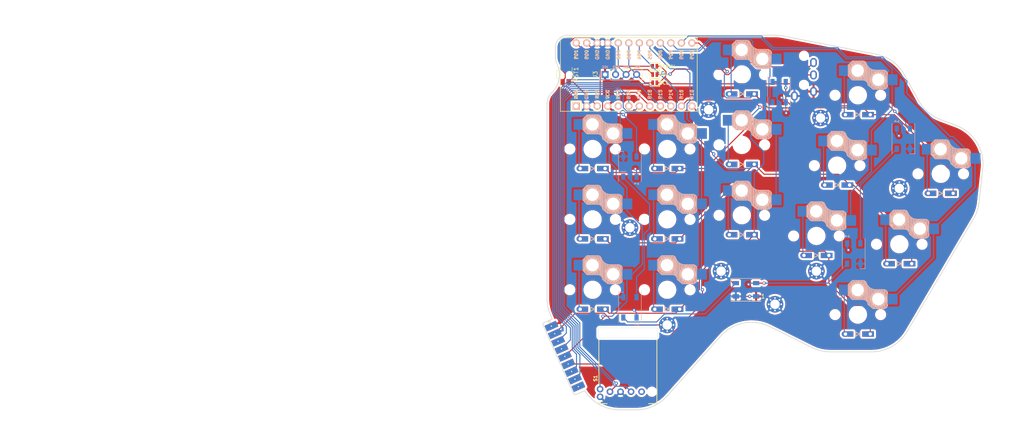
<source format=kicad_pcb>
(kicad_pcb (version 20211014) (generator pcbnew)
  (title_block (title "mainpcb") (rev "v1.0.0") (company "Unknown"))
  (layers (0 "F.Cu" signal) (31 "B.Cu" signal) (34 "B.Paste" user) (35 "F.Paste" user) (36 "B.SilkS" user "B.Silkscreen") (37 "F.SilkS" user "F.Silkscreen") (38 "B.Mask" user) (39 "F.Mask" user) (44 "Edge.Cuts" user))
  (net 0 "")
  (net 1 "far_bottom")
  (net 2 "C1")
  (net 3 "R3")
  (net 4 "far_home")
  (net 5 "R2")
  (net 6 "far_top")
  (net 7 "R1")
  (net 8 "index_bottom")
  (net 9 "C2")
  (net 10 "index_home")
  (net 11 "index_top")
  (net 12 "middle_bottom")
  (net 13 "C3")
  (net 14 "middle_home")
  (net 15 "middle_top")
  (net 16 "ring_bottom")
  (net 17 "C4")
  (net 18 "ring_home")
  (net 19 "ring_top")
  (net 20 "pinkie_bottom")
  (net 21 "C5")
  (net 22 "pinkie_home")
  (net 23 "pinkie_top")
  (net 24 "R4")
  (net 25 "R5")
  (net 26 "GND")
  (net 27 "RST")
  (net 28 "VCC")
  (net 29 "SERIAL")
  (net 30 "RGB")
  (net 31 "SDA")
  (net 32 "SCL")
  (net 33 "scroll_r1")
  (net 34 "scroll_r2")
  (net 35 "scroll_switch")
  (net 36 "TRRS3")
  (net 37 "TRRS4")
  (net 38 "rgb_ug1_out")
  (net 39 "rgb_ug2_out")
  (net 40 "rgb_ug3_out")
  (net 41 "rgb_palm_out")
  (net 42 "rgb_ug4_out")
  (net 43 "rgb_ug5_out")
  (net 44 "rgb_ug6_out")
  (footprint "Library:TRRS-PJ-320A" (layer "F.Cu") (at 69 -53)
    (fp_text reference "J1")
    (fp_text value "TRRS")
  )
  (footprint "Library:D3_TH_SMD_v2" (layer "F.Cu") (at 36 -29.3 180)
    (fp_text reference "D6" hide)
    (fp_text value "Diode" hide)
  )
  (footprint "kbd:M2_HOLE_v3" (layer "F.Cu") (at 27 -15)
    (fp_text reference "H1")
    (fp_text value "M2")
  )
  (footprint "Library:PG1350" (layer "F.Cu") (at 18 -34)
    (fp_text reference "SW3" hide)
    (fp_text value "Val**" hide)
  )
  (footprint "Library:PG1350" (layer "F.Cu") (at 72 -13)
    (fp_text reference "SW10" hide)
    (fp_text value "Val**" hide)
  )
  (footprint "Library:PG1350" (layer "F.Cu") (at 82 6)
    (fp_text reference "SW13" hide)
    (fp_text value "Val**" hide)
  )
  (footprint "Library:kb_90deg_connector_male_9pin" (layer "F.Cu") (at 11.302239 16.095021 -156.037511)
    (fp_text reference "J14")
    (fp_text value "Male 9pin")
  )
  (footprint "Library:PG1350" (layer "F.Cu") (at 54 -35)
    (fp_text reference "SW8" hide)
    (fp_text value "Val**" hide)
  )
  (footprint "Library:D3_TH_SMD_v2" (layer "F.Cu") (at 18 -12.3 180)
    (fp_text reference "D2" hide)
    (fp_text value "Diode" hide)
  )
  (footprint "Library:D3_TH_SMD_v2" (layer "F.Cu") (at 72 -8.3 180)
    (fp_text reference "D10" hide)
    (fp_text value "Diode" hide)
  )
  (footprint "Library:D3_TH_SMD_v2" (layer "F.Cu") (at 77 -25.3 180)
    (fp_text reference "D11" hide)
    (fp_text value "Diode" hide)
  )
  (footprint "Library:D3_TH_SMD_v2" (layer "F.Cu") (at 54 -47.3 180)
    (fp_text reference "D9" hide)
    (fp_text value "Diode" hide)
  )
  (footprint "kbd:Jumper" (layer "F.Cu") (at 33 -50)
    (fp_text reference "J7" hide)
    (fp_text value "SCL")
  )
  (footprint "Library:D3_TH_SMD_v2" (layer "F.Cu") (at 36 -12.3 180)
    (fp_text reference "D5" hide)
    (fp_text value "Diode" hide)
  )
  (footprint "Library:PG1350" (layer "F.Cu") (at 82 -47)
    (fp_text reference "SW12" hide)
    (fp_text value "Val**" hide)
  )
  (footprint "kbd:M2_HOLE_v3" (layer "F.Cu") (at 49 -4.5)
    (fp_text reference "H13")
    (fp_text value "M2")
  )
  (footprint "Library:SW_SPST_EVQP7C" (layer "F.Cu") (at 11.5 -52 -90)
    (fp_text reference "RST1")
    (fp_text value "RST")
  )
  (footprint "Library:D3_TH_SMD_v2" (layer "F.Cu") (at 18 -29.3 180)
    (fp_text reference "D3" hide)
    (fp_text value "Diode" hide)
  )
  (footprint "Library:D3_TH_SMD_v2" (layer "F.Cu") (at 36 4.7 180)
    (fp_text reference "D4" hide)
    (fp_text value "Diode" hide)
  )
  (footprint "kbd:Jumper" (layer "F.Cu") (at 33 -54)
    (fp_text reference "J5" hide)
    (fp_text value "SERIAL")
  )
  (footprint "kbd:M2_HOLE_v3" (layer "F.Cu") (at 92 -24.5)
    (fp_text reference "H7")
    (fp_text value "M2")
  )
  (footprint "Library:PG1350" (layer "F.Cu") (at 18 -17)
    (fp_text reference "SW2" hide)
    (fp_text value "Val**" hide)
  )
  (footprint "Library:D3_TH_SMD_v2" (layer "F.Cu") (at 82 10.7 180)
    (fp_text reference "D13" hide)
    (fp_text value "Diode" hide)
  )
  (footprint "Library:D3_TH_SMD_v2" (layer "F.Cu") (at 54 -13.3 180)
    (fp_text reference "D7" hide)
    (fp_text value "Diode" hide)
  )
  (footprint "Library:D3_TH_SMD_v2" (layer "F.Cu") (at 54 -30.3 180)
    (fp_text reference "D8" hide)
    (fp_text value "Diode" hide)
  )
  (footprint "kbd:M2_HOLE_v3" (layer "F.Cu") (at 46 -43.5)
    (fp_text reference "H3")
    (fp_text value "M2")
  )
  (footprint "Library:D3_TH_SMD_v2" (layer "F.Cu") (at 82 -42.3 180)
    (fp_text reference "D12" hide)
    (fp_text value "Diode" hide)
  )
  (footprint "Library:D3_TH_SMD_v2" (layer "F.Cu") (at 102 -23.3 180)
    (fp_text reference "D15" hide)
    (fp_text value "Diode" hide)
  )
  (footprint "Connector_PinHeader_2.54mm:PinHeader_1x04_P2.54mm_Vertical" (layer "F.Cu") (at 21 -52 90)
    (fp_text reference "J3")
    (fp_text value "I2C Breakout")
  )
  (footprint "Library:PG1350" (layer "F.Cu") (at 92 -11)
    (fp_text reference "SW14" hide)
    (fp_text value "Val**" hide)
  )
  (footprint "Library:EVQWGD001" (layer "F.Cu") (at 26 19 90)
    (fp_text reference "S1")
    (fp_text value "Scroll Wheel")
    (fp_line (start 9.5 -6.6) (end 7.7 -6.6) (layer "Edge.Cuts") (width 0.05))
    (fp_line (start 9.8 7.3) (end 9.8 -6.3) (layer "Edge.Cuts") (width 0.05))
    (fp_line (start 7.7 7.6) (end 9.5 7.6) (layer "Edge.Cuts") (width 0.05))
    (fp_line (start 7.4 -6.3) (end 7.4 7.3) (layer "Edge.Cuts") (width 0.05))
    (fp_arc (start 9.8 7.3) (mid 9.712132 7.512132) (end 9.5 7.6) (layer "Edge.Cuts") (width 0.05))
    (fp_arc (start 9.5 -6.6) (mid 9.712132 -6.512132) (end 9.8 -6.3) (layer "Edge.Cuts") (width 0.05))
    (fp_arc (start 7.4 -6.3) (mid 7.487868 -6.512132) (end 7.7 -6.6) (layer "Edge.Cuts") (width 0.05))
    (fp_arc (start 7.7 7.6) (mid 7.487868 7.512132) (end 7.4 7.3) (layer "Edge.Cuts") (width 0.05))
  )
  (footprint "Library:D3_TH_SMD_v2" (layer "F.Cu") (at 18 4.7 180)
    (fp_text reference "D1" hide)
    (fp_text value "Diode" hide)
  )
  (footprint "kbd:M2_HOLE_v3" (layer "F.Cu") (at 36 8.5)
    (fp_text reference "H11")
    (fp_text value "M2")
  )
  (footprint "Library:PG1350" (layer "F.Cu") (at 36 -17)
    (fp_text reference "SW5" hide)
    (fp_text value "Val**" hide)
  )
  (footprint "Library:PG1350" (layer "F.Cu") (at 54 -52)
    (fp_text reference "SW9" hide)
    (fp_text value "Val**" hide)
  )
  (footprint "kbd:Jumper" (layer "F.Cu") (at 33 -52)
    (fp_text reference "J6" hide)
    (fp_text value " SDA")
  )
  (footprint "Library:ProMicro" (layer "F.Cu") (at 28 -52)
    (fp_text reference "U1" hide)
    (fp_text value "Pro Micro Footprint" hide)
  )
  (footprint "Library:PG1350" (layer "F.Cu") (at 102 -28)
    (fp_text reference "SW15" hide)
    (fp_text value "Val**" hide)
  )
  (footprint "Library:PG1350" (layer "F.Cu") (at 36 -34)
    (fp_text reference "SW6" hide)
    (fp_text value "Val**" hide)
  )
  (footprint "Library:PG1350" (layer "F.Cu") (at 54 -18)
    (fp_text reference "SW7" hide)
    (fp_text value "Val**" hide)
  )
  (footprint "Library:D3_TH_SMD_v2" (layer "F.Cu") (at 92 -6.3 180)
    (fp_text reference "D14" hide)
    (fp_text value "Diode" hide)
  )
  (footprint "LED_SMD:LED_WS2812B_PLCC4_5.0x5.0mm_P3.2mm" (layer "F.Cu") (at 55 0 180)
    (fp_text reference "DS4")
    (fp_text value "WS2812b")
  )
  (footprint "kbd:M2_HOLE_v3" (layer "F.Cu") (at 73 -41.5)
    (fp_text reference "H5")
    (fp_text value "M2")
  )
  (footprint "Library:PG1350" (layer "F.Cu") (at 36 0)
    (fp_text reference "SW4" hide)
    (fp_text value "Val**" hide)
  )
  (footprint "kbd:M2_HOLE_v3" (layer "F.Cu") (at 62 3.5)
    (fp_text reference "H15")
    (fp_text value "M2")
  )
  (footprint "Library:PG1350" (layer "F.Cu") (at 18 0)
    (fp_text reference "SW1" hide)
    (fp_text value "Val**" hide)
  )
  (footprint "Library:PG1350" (layer "F.Cu") (at 77 -30)
    (fp_text reference "SW11" hide)
    (fp_text value "Val**" hide)
  )
  (footprint "kbd:M2_HOLE_v3" (layer "F.Cu") (at 72 -4.5)
    (fp_text reference "H9")
    (fp_text value "M2")
  )
  (footprint "LED_SMD:LED_WS2812B_PLCC4_5.0x5.0mm_P3.2mm" (layer "B.Cu") (at 93 -36.5 -90)
    (fp_text reference "DS6")
    (fp_text value "WS2812b")
  )
  (footprint "LED_SMD:LED_WS2812B_PLCC4_5.0x5.0mm_P3.2mm" (layer "B.Cu") (at 27 4.25 90)
    (fp_text reference "DS2")
    (fp_text value "WS2812b")
  )
  (footprint "LED_SMD:LED_WS2812B_PLCC4_5.0x5.0mm_P3.2mm" (layer "B.Cu") (at 55 0 180)
    (fp_text reference "DS3")
    (fp_text value "WS2812b")
  )
  (footprint "LED_SMD:LED_WS2812B_PLCC4_5.0x5.0mm_P3.2mm" (layer "B.Cu") (at 81 -8.75 -90)
    (fp_text reference "DS5")
    (fp_text value "WS2812b")
  )
  (footprint "LED_SMD:LED_WS2812B_PLCC4_5.0x5.0mm_P3.2mm" (layer "B.Cu") (at 63 -47.75 90)
    (fp_text reference "DS7")
    (fp_text value "WS2812b")
  )
  (footprint "LED_SMD:LED_WS2812B_PLCC4_5.0x5.0mm_P3.2mm" (layer "B.Cu") (at 27 -29.75 90)
    (fp_text reference "DS1")
    (fp_text value "WS2812b")
  )
  (gr_line (start 12 -61.5) (end 62.027153 -61.5) (layer "Edge.Cuts") (width 0.15))
  (gr_line (start 105.689685 -39.722462) (end 101.975689 -41.105605) (layer "Edge.Cuts") (width 0.15))
  (gr_arc (start 9.4 -54.615339) (mid 9.101282 -55.464472) (end 9 -56.358899) (layer "Edge.Cuts") (width 0.15))
  (gr_arc (start 7 -44.858572) (mid 7.312182 -46.407765) (end 8.2 -47.715143) (layer "Edge.Cuts") (width 0.15))
  (gr_arc (start 93.899881 10.070201) (mid 90.245314 13.680495) (end 85.280539 15) (layer "Edge.Cuts") (width 0.15))
  (gr_arc (start 14.018291 25.283904) (mid 13.635732 25.293672) (end 13.358315 25.030068) (layer "Edge.Cuts") (width 0.15))
  (gr_line (start 9 -56.358899) (end 9 -58.5) (layer "Edge.Cuts") (width 0.15))
  (gr_arc (start 35.981723 25.66331) (mid 32.6097 28.12779) (end 28.525162 29) (layer "Edge.Cuts") (width 0.15))
  (gr_arc (start 105.689685 -39.722462) (mid 110.715432 -35.593596) (end 112.138546 -29.246911) (layer "Edge.Cuts") (width 0.15))
  (gr_line (start 93.899882 10.070201) (end 109.916497 -17.158046) (layer "Edge.Cuts") (width 0.15))
  (gr_arc (start 101.975689 -41.105605) (mid 98.934725 -42.904073) (end 96.70895 -45.64777) (layer "Edge.Cuts") (width 0.15))
  (gr_arc (start 48.907309 11.198964) (mid 54.485734 8.040228) (end 60.836005 8.918003) (layer "Edge.Cuts") (width 0.15))
  (gr_line (start 6.047823 8.58146) (end 13.358315 25.030068) (layer "Edge.Cuts") (width 0.15))
  (gr_arc (start 9 -58.5) (mid 9.87868 -60.62132) (end 12 -61.5) (layer "Edge.Cuts") (width 0.15))
  (gr_arc (start 62.027153 -61.5) (mid 62.995429 -61.453012) (end 63.954606 -61.312488) (layer "Edge.Cuts") (width 0.15))
  (gr_line (start 14.01829 25.283904) (end 16.065482 24.374041) (layer "Edge.Cuts") (width 0.15))
  (gr_arc (start 9.4 -54.615339) (mid 9.911275 -50.971981) (end 8.2 -47.715143) (layer "Edge.Cuts") (width 0.15))
  (gr_line (start 60.836005 8.918003) (end 70.888544 13.944272) (layer "Edge.Cuts") (width 0.15))
  (gr_line (start 96.70895 -45.64777) (end 93.252424 -51.915605) (layer "Edge.Cuts") (width 0.15))
  (gr_line (start 111.235992 -21.123932) (end 112.138546 -29.246911) (layer "Edge.Cuts") (width 0.15))
  (gr_line (start 8.247423 7.056701) (end 6.30166 7.921485) (layer "Edge.Cuts") (width 0.15))
  (gr_line (start 75.36068 15) (end 85.280539 15) (layer "Edge.Cuts") (width 0.15))
  (gr_arc (start 24.498731 29) (mid 19.689386 27.767565) (end 16.065482 24.374041) (layer "Edge.Cuts") (width 0.15))
  (gr_arc (start 6.047824 8.581459) (mid 6.038057 8.198901) (end 6.30166 7.921485) (layer "Edge.Cuts") (width 0.15))
  (gr_arc (start 7.861885 6.18924) (mid 7.217844 4.20377) (end 7 2.127855) (layer "Edge.Cuts") (width 0.15))
  (gr_arc (start 111.235992 -21.123932) (mid 110.785757 -19.071282) (end 109.916497 -17.158046) (layer "Edge.Cuts") (width 0.15))
  (gr_arc (start 75.36068 15) (mid 73.063151 14.73249) (end 70.888544 13.944272) (layer "Edge.Cuts") (width 0.15))
  (gr_line (start 86.423161 -56.899022) (end 63.954606 -61.312488) (layer "Edge.Cuts") (width 0.15))
  (gr_line (start 7.861885 6.189241) (end 8.247423 7.056701) (layer "Edge.Cuts") (width 0.15))
  (gr_line (start 24.498731 29) (end 28.525162 29) (layer "Edge.Cuts") (width 0.15))
  (gr_arc (start 86.423161 -56.899022) (mid 90.390322 -55.164499) (end 93.252424 -51.915605) (layer "Edge.Cuts") (width 0.15))
  (gr_line (start 7 2.127855) (end 7 -44.858572) (layer "Edge.Cuts") (width 0.15))
  (gr_line (start 35.981723 25.66331) (end 48.907308 11.198965) (layer "Edge.Cuts") (width 0.15))
  (gr_text "VCC" (at 21 -53.8) (layer "B.SilkS") (effects (font (size 0.5 0.5) (thickness 0.125)) (justify mirror)))
  (gr_text "SDA" (at 26.1 -53.8) (layer "B.SilkS") (effects (font (size 0.5 0.5) (thickness 0.125)) (justify mirror)))
  (gr_text "GND" (at 23.6 -53.8) (layer "B.SilkS") (effects (font (size 0.5 0.5) (thickness 0.125)) (justify mirror)))
  (gr_text "SCL" (at 28.7 -53.8) (layer "B.SilkS") (effects (font (size 0.5 0.5) (thickness 0.125)) (justify mirror)))
  (segment (start 14.725 4.425) (end 15 4.7) (width 0.25) (layer "B.Cu") (net 1))
  (segment (start 14.725 -5.95) (end 14.725 4.425) (width 0.25) (layer "B.Cu") (net 1))
  (segment (start 20.5 6.89726) (end 20.5 6.4) (width 0.25) (layer "F.Cu") (net 2))
  (segment (start 11.302239 16.095021) (end 20.5 6.89726) (width 0.25) (layer "F.Cu") (net 2))
  (via (at 20.5 6.4) (size 0.8) (drill 0.4) (layers "F.Cu" "B.Cu") (net 2))
  (segment (start 25.099902 -43.3245) (end 24.6755 -42.900098) (width 0.25) (layer "B.Cu") (net 2))
  (segment (start 24.6755 -42.900098) (end 24.6755 -39.3495) (width 0.25) (layer "B.Cu") (net 2))
  (segment (start 38.5 -47.850097) (end 38.5 -45.321101) (width 0.25) (layer "B.Cu") (net 2))
  (segment (start 29.27 -59.62) (end 29.27 -57.080097) (width 0.25) (layer "B.Cu") (net 2))
  (segment (start 22 -30.9) (end 23.7 -29.2) (width 0.25) (layer "B.Cu") (net 2))
  (segment (start 26.275 2.825) (end 22.7 6.4) (width 0.25) (layer "B.Cu") (net 2))
  (segment (start 38.5 -45.321101) (end 38.2 -45.021101) (width 0.25) (layer "B.Cu") (net 2))
  (segment (start 29.27 -57.080097) (end 38.5 -47.850097) (width 0.25) (layer "B.Cu") (net 2))
  (segment (start 30 -6.2) (end 27.55 -3.75) (width 0.25) (layer "B.Cu") (net 2))
  (segment (start 22.7 6.4) (end 20.5 6.4) (width 0.25) (layer "B.Cu") (net 2))
  (segment (start 26.035111 -42.729199) (end 25.43981 -43.3245) (width 0.25) (layer "B.Cu") (net 2))
  (segment (start 23.1 -35.4) (end 22 -34.3) (width 0.25) (layer "B.Cu") (net 2))
  (segment (start 37.029199 -42.729199) (end 26.035111 -42.729199) (width 0.25) (layer "B.Cu") (net 2))
  (segment (start 27.55 -3.75) (end 26.275 -3.75) (width 0.25) (layer "B.Cu") (net 2))
  (segment (start 26.275 -37.75) (end 23.925 -35.4) (width 0.25) (layer "B.Cu") (net 2))
  (segment (start 26.275 -19.013047) (end 30 -15.288047) (width 0.25) (layer "B.Cu") (net 2))
  (segment (start 26.275 -24.65) (end 26.275 -20.75) (width 0.25) (layer "B.Cu") (net 2))
  (segment (start 24.6755 -39.3495) (end 26.275 -37.75) (width 0.25) (layer "B.Cu") (net 2))
  (segment (start 38.2 -43.9) (end 37.029199 -42.729199) (width 0.25) (layer "B.Cu") (net 2))
  (segment (start 25.43981 -43.3245) (end 25.099902 -43.3245) (width 0.25) (layer "B.Cu") (net 2))
  (segment (start 26.275 -20.75) (end 26.275 -19.013047) (width 0.25) (layer "B.Cu") (net 2))
  (segment (start 26.275 -3.75) (end 26.275 2.825) (width 0.25) (layer "B.Cu") (net 2))
  (segment (start 23.7 -29.2) (end 23.7 -27.225) (width 0.25) (layer "B.Cu") (net 2))
  (segment (start 30 -15.288047) (end 30 -6.2) (width 0.25) (layer "B.Cu") (net 2))
  (segment (start 22 -34.3) (end 22 -30.9) (width 0.25) (layer "B.Cu") (net 2))
  (segment (start 38.2 -45.021101) (end 38.2 -43.9) (width 0.25) (layer "B.Cu") (net 2))
  (segment (start 23.925 -35.4) (end 23.1 -35.4) (width 0.25) (layer "B.Cu") (net 2))
  (segment (start 23.7 -27.225) (end 26.275 -24.65) (width 0.25) (layer "B.Cu") (net 2))
  (segment (start 56.675 -45.825) (end 58.4 -44.1) (width 0.25) (layer "F.Cu") (net 3))
  (segment (start 52 -8.3) (end 57 -13.3) (width 0.25) (layer "F.Cu") (net 3))
  (segment (start 75 -1.596697) (end 80.396697 3.8) (width 0.25) (layer "F.Cu") (net 3))
  (segment (start 40.875 -45.825) (end 56.675 -45.825) (width 0.25) (layer "F.Cu") (net 3))
  (segment (start 43.7755 -3.9755) (end 48.1 -8.3) (width 0.25) (layer "F.Cu") (net 3))
  (segment (start 80.396697 3.8) (end 83.637695 3.8) (width 0.25) (layer "F.Cu") (net 3))
  (segment (start 43.7755 -0.0755) (end 43.7755 -3.9755) (width 0.25) (layer "F.Cu") (net 3))
  (segment (start 57 -13.3) (end 61.025 -9.275) (width 0.25) (layer "F.Cu") (net 3))
  (segment (start 39 4.7) (end 43.7755 -0.0755) (width 0.25) (layer "F.Cu") (net 3))
  (segment (start 74.025 -9.275) (end 75 -8.3) (width 0.25) (layer "F.Cu") (net 3))
  (segment (start 21 4.7) (end 21.975 5.675) (width 0.25) (layer "F.Cu") (net 3))
  (segment (start 38.025 5.675) (end 39 4.7) (width 0.25) (layer "F.Cu") (net 3))
  (segment (start 21.975 5.675) (end 38.025 5.675) (width 0.25) (layer "F.Cu") (net 3))
  (segment (start 61.025 -9.275) (end 74.025 -9.275) (width 0.25) (layer "F.Cu") (net 3))
  (segment (start 85 5.162305) (end 85 10.7) (width 0.25) (layer "F.Cu") (net 3))
  (segment (start 48.1 -8.3) (end 52 -8.3) (width 0.25) (layer "F.Cu") (net 3))
  (segment (start 39.43 -44.38) (end 40.875 -45.825) (width 0.25) (layer "F.Cu") (net 3))
  (segment (start 83.637695 3.8) (end 85 5.162305) (width 0.25) (layer "F.Cu") (net 3))
  (segment (start 75 -8.3) (end 75 -1.596697) (width 0.25) (layer "F.Cu") (net 3))
  (via (at 58.4 -44.1) (size 0.8) (drill 0.4) (layers "F.Cu" "B.Cu") (net 3))
  (segment (start 56.2 -36.5) (end 56.2 -41.9) (width 0.25) (layer "B.Cu") (net 3))
  (segment (start 57 -13.3) (end 57 -28.111) (width 0.25) (layer "B.Cu") (net 3))
  (segment (start 57 -28.111) (end 59.3 -30.411) (width 0.25) (layer "B.Cu") (net 3))
  (segment (start 56.2 -41.9) (end 58.4 -44.1) (width 0.25) (layer "B.Cu") (net 3))
  (segment (start 59.3 -30.411) (end 59.3 -33.4) (width 0.25) (layer "B.Cu") (net 3))
  (segment (start 59.3 -33.4) (end 56.2 -36.5) (width 0.25) (layer "B.Cu") (net 3))
  (segment (start 14.725 -12.575) (end 15 -12.3) (width 0.25) (layer "B.Cu") (net 4))
  (segment (start 14.725 -22.95) (end 14.725 -12.575) (width 0.25) (layer "B.Cu") (net 4))
  (segment (start 42.8463 -43.5037) (end 42.8463 -37.1537) (width 0.25) (layer "F.Cu") (net 5))
  (segment (start 59.389501 -27.910499) (end 77.389501 -27.910499) (width 0.25) (layer "F.Cu") (net 5))
  (segment (start 39 -12.3) (end 57 -30.3) (width 0.25) (layer "F.Cu") (net 5))
  (segment (start 21.975 -11.325) (end 38.025 -11.325) (width 0.25) (layer "F.Cu") (net 5))
  (segment (start 38.025 -11.325) (end 39 -12.3) (width 0.25) (layer "F.Cu") (net 5))
  (segment (start 41.97 -44.38) (end 42.8463 -43.5037) (width 0.25) (layer "F.Cu") (net 5))
  (segment (start 80.940998 -25.3) (end 95 -11.240998) (width 0.25) (layer "F.Cu") (net 5))
  (segment (start 57 -30.3) (end 59.389501 -27.910499) (width 0.25) (layer "F.Cu") (net 5))
  (segment (start 21 -12.3) (end 21.975 -11.325) (width 0.25) (layer "F.Cu") (net 5))
  (segment (start 77.389501 -27.910499) (end 80 -25.3) (width 0.25) (layer "F.Cu") (net 5))
  (segment (start 80 -25.3) (end 80.940998 -25.3) (width 0.25) (layer "F.Cu") (net 5))
  (segment (start 95 -11.240998) (end 95 -6.3) (width 0.25) (layer "F.Cu") (net 5))
  (segment (start 42.8463 -37.1537) (end 47.2 -32.8) (width 0.25) (layer "F.Cu") (net 5))
  (via (at 47.2 -32.8) (size 0.8) (drill 0.4) (layers "F.Cu" "B.Cu") (net 5))
  (segment (start 56.025 -29.325) (end 50.275 -29.325) (width 0.25) (layer "B.Cu") (net 5))
  (segment (start 50.275 -29.325) (end 47.2 -32.4) (width 0.25) (layer "B.Cu") (net 5))
  (segment (start 57 -30.3) (end 56.025 -29.325) (width 0.25) (layer "B.Cu") (net 5))
  (segment (start 47.2 -32.4) (end 47.2 -32.8) (width 0.25) (layer "B.Cu") (net 5))
  (segment (start 14.725 -29.575) (end 15 -29.3) (width 0.25) (layer "B.Cu") (net 6))
  (segment (start 14.725 -39.95) (end 14.725 -29.575) (width 0.25) (layer "B.Cu") (net 6))
  (segment (start 59.1245 -43.199902) (end 59.1245 -45.1755) (width 0.25) (layer "F.Cu") (net 7))
  (segment (start 21.975 -28.325) (end 38.025 -28.325) (width 0.25) (layer "F.Cu") (net 7))
  (segment (start 41.97 -59.62) (end 43.58 -59.62) (width 0.25) (layer "F.Cu") (net 7))
  (segment (start 21 -29.3) (end 21.975 -28.325) (width 0.25) (layer "F.Cu") (net 7))
  (segment (start 57 -47.3) (end 60.349501 -43.950499) (width 0.25) (layer "F.Cu") (net 7))
  (segment (start 43.58 -59.62) (end 50.5 -52.7) (width 0.25) (layer "F.Cu") (net 7))
  (segment (start 59.1245 -45.1755) (end 57 -47.3) (width 0.25) (layer "F.Cu") (net 7))
  (segment (start 90.840998 -42.3) (end 105 -28.140998) (width 0.25) (layer "F.Cu") (net 7))
  (segment (start 85 -42.3) (end 90.840998 -42.3) (width 0.25) (layer "F.Cu") (net 7))
  (segment (start 45.224598 -29.3) (end 59.1245 -43.199902) (width 0.25) (layer "F.Cu") (net 7))
  (segment (start 39 -29.3) (end 45.224598 -29.3) (width 0.25) (layer "F.Cu") (net 7))
  (segment (start 83.349501 -43.950499) (end 85 -42.3) (width 0.25) (layer "F.Cu") (net 7))
  (segment (start 60.349501 -43.950499) (end 83.349501 -43.950499) (width 0.25) (layer "F.Cu") (net 7))
  (segment (start 38.025 -28.325) (end 39 -29.3) (width 0.25) (layer "F.Cu") (net 7))
  (segment (start 105 -28.140998) (end 105 -23.3) (width 0.25) (layer "F.Cu") (net 7))
  (via (at 50.5 -52.7) (size 0.8) (drill 0.4) (layers "F.Cu" "B.Cu") (net 7))
  (segment (start 57 -47.3) (end 56.025 -46.325) (width 0.25) (layer "B.Cu") (net 7))
  (segment (start 56.025 -46.325) (end 50.357142 -46.325) (width 0.25) (layer "B.Cu") (net 7))
  (segment (start 50.357142 -46.325) (end 49.786 -46.896142) (width 0.25) (layer "B.Cu") (net 7))
  (segment (start 49.786 -46.896142) (end 49.786 -51.986) (width 0.25) (layer "B.Cu") (net 7))
  (segment (start 49.786 -51.986) (end 50.5 -52.7) (width 0.25) (layer "B.Cu") (net 7))
  (segment (start 32.725 -5.95) (end 32.725 4.425) (width 0.25) (layer "B.Cu") (net 8))
  (segment (start 32.725 4.425) (end 33 4.7) (width 0.25) (layer "B.Cu") (net 8))
  (segment (start 29.865403 17.922644) (end 44.5 3.288047) (width 0.25) (layer "F.Cu") (net 9))
  (segment (start 12.114516 17.922644) (end 29.865403 17.922644) (width 0.25) (layer "F.Cu") (net 9))
  (segment (start 44.5 3.288047) (end 44.5 0) (width 0.25) (layer "F.Cu") (net 9))
  (via (at 44.5 0) (size 0.8) (drill 0.4) (layers "F.Cu" "B.Cu") (net 9))
  (segment (start 40.4 -53.4) (end 41.472405 -52.327595) (width 0.25) (layer "B.Cu") (net 9))
  (segment (start 31.81 -59.62) (end 31.81 -58.29) (width 0.25) (layer "B.Cu") (net 9))
  (segment (start 36.7 -53.4) (end 40.4 -53.4) (width 0.25) (layer "B.Cu") (net 9))
  (segment (start 44.275 -0.225) (end 44.5 0) (width 0.25) (layer "B.Cu") (net 9))
  (segment (start 44.275 -37.75) (end 44.275 -20.75) (width 0.25) (layer "B.Cu") (net 9))
  (segment (start 40.7687 -44.877595) (end 40.7687 -41.2563) (width 0.25) (layer "B.Cu") (net 9))
  (segment (start 41.472405 -45.5813) (end 40.7687 -44.877595) (width 0.25) (layer "B.Cu") (net 9))
  (segment (start 44.275 -3.75) (end 44.275 -0.225) (width 0.25) (layer "B.Cu") (net 9))
  (segment (start 44.275 -20.75) (end 44.275 -3.75) (width 0.25) (layer "B.Cu") (net 9))
  (segment (start 41.472405 -52.327595) (end 41.472405 -45.5813) (width 0.25) (layer "B.Cu") (net 9))
  (segment (start 31.81 -58.29) (end 36.7 -53.4) (width 0.25) (layer "B.Cu") (net 9))
  (segment (start 40.7687 -41.2563) (end 44.275 -37.75) (width 0.25) (layer "B.Cu") (net 9))
  (segment (start 32.725 -22.95) (end 32.725 -12.575) (width 0.25) (layer "B.Cu") (net 10))
  (segment (start 32.725 -12.575) (end 33 -12.3) (width 0.25) (layer "B.Cu") (net 10))
  (segment (start 32.725 -29.575) (end 33 -29.3) (width 0.25) (layer "B.Cu") (net 11))
  (segment (start 32.725 -39.95) (end 32.725 -29.575) (width 0.25) (layer "B.Cu") (net 11))
  (segment (start 50.725 -23.95) (end 50.725 -13.575) (width 0.25) (layer "B.Cu") (net 12))
  (segment (start 50.725 -13.575) (end 51 -13.3) (width 0.25) (layer "B.Cu") (net 12))
  (segment (start 46.53569 -60.4) (end 43.786189 -57.650499) (width 0.25) (layer "B.Cu") (net 13))
  (segment (start 60.8 -48.9) (end 60.8 -46.6) (width 0.25) (layer "B.Cu") (net 13))
  (segment (start 60.399999 -53.874999) (end 57.678302 -53.874999) (width 0.25) (layer "B.Cu") (net 13))
  (segment (start 56.16431 -60.4) (end 46.53569 -60.4) (width 0.25) (layer "B.Cu") (net 13))
  (segment (start 56.6 -59.96431) (end 56.16431 -60.4) (width 0.25) (layer "B.Cu") (net 13))
  (segment (start 60.575 -49.125) (end 60.8 -48.9) (width 0.25) (layer "B.Cu") (net 13))
  (segment (start 57.678302 -53.874999) (end 56.6 -54.953301) (width 0.25) (layer "B.Cu") (net 13))
  (segment (start 62.275 -55.75) (end 60.8 -54.275) (width 0.25) (layer "B.Cu") (net 13))
  (segment (start 36.319501 -57.650499) (end 34.35 -59.62) (width 0.25) (layer "B.Cu") (net 13))
  (segment (start 60.575 -51.275) (end 60.575 -49.125) (width 0.25) (layer "B.Cu") (net 13))
  (segment (start 60.575 -40.45) (end 62.275 -38.75) (width 0.25) (layer "B.Cu") (net 13))
  (segment (start 60.575 -46.375) (end 60.575 -40.45) (width 0.25) (layer "B.Cu") (net 13))
  (segment (start 60.8 -46.6) (end 60.575 -46.375) (width 0.25) (layer "B.Cu") (net 13))
  (segment (start 60.8 -54.275) (end 60.8 -51.5) (width 0.25) (layer "B.Cu") (net 13))
  (segment (start 60.8 -51.5) (end 60.575 -51.275) (width 0.25) (layer "B.Cu") (net 13))
  (segment (start 62.275 -21.75) (end 62.275 -38.75) (width 0.25) (layer "B.Cu") (net 13))
  (segment (start 56.6 -54.953301) (end 56.6 -59.96431) (width 0.25) (layer "B.Cu") (net 13))
  (segment (start 62.275 -55.75) (end 60.399999 -53.874999) (width 0.25) (layer "B.Cu") (net 13))
  (segment (start 43.786189 -57.650499) (end 36.319501 -57.650499) (width 0.25) (layer "B.Cu") (net 13))
  (segment (start 50.725 -30.575) (end 51 -30.3) (width 0.25) (layer "B.Cu") (net 14))
  (segment (start 50.725 -40.95) (end 50.725 -30.575) (width 0.25) (layer "B.Cu") (net 14))
  (segment (start 51.4245 -47.7245) (end 51 -47.3) (width 0.25) (layer "B.Cu") (net 15))
  (segment (start 50.725 -57.95) (end 51.4245 -57.2505) (width 0.25) (layer "B.Cu") (net 15))
  (segment (start 51.4245 -57.2505) (end 51.4245 -47.7245) (width 0.25) (layer "B.Cu") (net 15))
  (segment (start 68.725 -18.95) (end 68.725 -8.575) (width 0.25) (layer "B.Cu") (net 16))
  (segment (start 68.725 -8.575) (end 69 -8.3) (width 0.25) (layer "B.Cu") (net 16))
  (segment (start 43.6 -58.1) (end 46.349501 -60.849501) (width 0.25) (layer "B.Cu") (net 17))
  (segment (start 46.349501 -60.849501) (end 58.600501 -60.849501) (width 0.25) (layer "B.Cu") (net 17))
  (segment (start 36.89 -59.62) (end 38.41 -58.1) (width 0.25) (layer "B.Cu") (net 17))
  (segment (start 87.8 -55.8) (end 90.275 -53.325) (width 0.25) (layer "B.Cu") (net 17))
  (segment (start 38.41 -58.1) (end 43.6 -58.1) (width 0.25) (layer "B.Cu") (net 17))
  (segment (start 61.425001 -58.025001) (end 76.974999 -58.025001) (width 0.25) (layer "B.Cu") (net 17))
  (segment (start 85.275 -38.499598) (end 85.275 -33.75) (width 0.25) (layer "B.Cu") (net 17))
  (segment (start 76.974999 -58.025001) (end 79.2 -55.8) (width 0.25) (layer "B.Cu") (net 17))
  (segment (start 80.275 -23.56069) (end 80.275 -16.75) (width 0.25) (layer "B.Cu") (net 17))
  (segment (start 90.275 -50.75) (end 90.275 -43.499598) (width 0.25) (layer "B.Cu") (net 17))
  (segment (start 90.275 -43.499598) (end 85.275 -38.499598) (width 0.25) (layer "B.Cu") (net 17))
  (segment (start 90.275 -53.325) (end 90.275 -50.75) (width 0.25) (layer "B.Cu") (net 17))
  (segment (start 85.275 -28.56069) (end 80.275 -23.56069) (width 0.25) (layer "B.Cu") (net 17))
  (segment (start 85.275 -33.75) (end 85.275 -28.56069) (width 0.25) (layer "B.Cu") (net 17))
  (segment (start 79.2 -55.8) (end 87.8 -55.8) (width 0.25) (layer "B.Cu") (net 17))
  (segment (start 58.600501 -60.849501) (end 61.425001 -58.025001) (width 0.25) (layer "B.Cu") (net 17))
  (segment (start 73.725 -35.95) (end 73.725 -25.575) (width 0.25) (layer "B.Cu") (net 18))
  (segment (start 73.725 -25.575) (end 74 -25.3) (width 0.25) (layer "B.Cu") (net 18))
  (segment (start 78.725 -42.575) (end 79 -42.3) (width 0.25) (layer "B.Cu") (net 19))
  (segment (start 78.725 -52.95) (end 78.725 -42.575) (width 0.25) (layer "B.Cu") (net 19))
  (segment (start 78.725 0.05) (end 78.725 10.425) (width 0.25) (layer "B.Cu") (net 20))
  (segment (start 78.725 10.425) (end 79 10.7) (width 0.25) (layer "B.Cu") (net 20))
  (segment (start 77.161188 -58.474502) (end 79.386189 -56.249501) (width 0.25) (layer "B.Cu") (net 21))
  (segment (start 90.275 2.25) (end 100.275 -7.75) (width 0.25) (layer "B.Cu") (net 21))
  (segment (start 41.109002 -61.299002) (end 58.78669 -61.299002) (width 0.25) (layer "B.Cu") (net 21))
  (segment (start 93.841201 -50.394489) (end 93.841201 -47.458799) (width 0.25) (layer "B.Cu") (net 21))
  (segment (start 104.3 -37) (end 105.025 -37) (width 0.25) (layer "B.Cu") (net 21))
  (segment (start 79.386189 -56.249501) (end 87.955953 -56.249501) (width 0.25) (layer "B.Cu") (net 21))
  (segment (start 87.955953 -56.249501) (end 88.006395 -56.229295) (width 0.25) (layer "B.Cu") (net 21))
  (segment (start 100.275 -14.75) (end 110.275 -24.75) (width 0.25) (layer "B.Cu") (net 21))
  (segment (start 110.275 -24.75) (end 110.275 -31.75) (width 0.25) (layer "B.Cu") (net 21))
  (segment (start 93.841201 -47.458799) (end 104.3 -37) (width 0.25) (layer "B.Cu") (net 21))
  (segment (start 88.006395 -56.229295) (end 93.841201 -50.394489) (width 0.25) (layer "B.Cu") (net 21))
  (segment (start 58.78669 -61.299002) (end 61.61119 -58.474502) (width 0.25) (layer "B.Cu") (net 21))
  (segment (start 100.275 -7.75) (end 100.275 -14.75) (width 0.25) (layer "B.Cu") (net 21))
  (segment (start 39.43 -59.62) (end 41.109002 -61.299002) (width 0.25) (layer "B.Cu") (net 21))
  (segment (start 105.025 -37) (end 110.275 -31.75) (width 0.25) (layer "B.Cu") (net 21))
  (segment (start 61.61119 -58.474502) (end 77.161188 -58.474502) (width 0.25) (layer "B.Cu") (net 21))
  (segment (start 88.725 -16.95) (end 88.725 -6.575) (width 0.25) (layer "B.Cu") (net 22))
  (segment (start 88.725 -6.575) (end 89 -6.3) (width 0.25) (layer "B.Cu") (net 22))
  (segment (start 98.725 -33.95) (end 98.725 -23.575) (width 0.25) (layer "B.Cu") (net 23))
  (segment (start 98.725 -23.575) (end 99 -23.3) (width 0.25) (layer "B.Cu") (net 23))
  (segment (start 23.141335 -49.773003) (end 22.917833 -49.549501) (width 0.25) (layer "B.Cu") (net 24))
  (segment (start 36.89 -44.38) (end 31.496997 -49.773003) (width 0.25) (layer "B.Cu") (net 24))
  (segment (start 9.299002 5.127622) (end 13.101996 8.930616) (width 0.25) (layer "B.Cu") (net 24))
  (segment (start 13.101996 14.544756) (end 14.114837 15.557597) (width 0.25) (layer "B.Cu") (net 24))
  (segment (start 12.442431 -49.549501) (end 9.299002 -46.406072) (width 0.25) (layer "B.Cu") (net 24))
  (segment (start 9.299002 -46.406072) (end 9.299002 5.127622) (width 0.25) (layer "B.Cu") (net 24))
  (segment (start 31.496997 -49.773003) (end 23.141335 -49.773003) (width 0.25) (layer "B.Cu") (net 24))
  (segment (start 13.101996 8.930616) (end 13.101996 14.544756) (width 0.25) (layer "B.Cu") (net 24))
  (segment (start 14.114837 15.557597) (end 14.114837 18.562223) (width 0.25) (layer "B.Cu") (net 24))
  (segment (start 14.114837 18.562223) (end 12.926793 19.750267) (width 0.25) (layer "B.Cu") (net 24))
  (segment (start 22.917833 -49.549501) (end 12.442431 -49.549501) (width 0.25) (layer "B.Cu") (net 24))
  (segment (start 14.927114 15.734184) (end 14.927114 20.389846) (width 0.25) (layer "B.Cu") (net 25))
  (segment (start 13.551497 8.744427) (end 13.551497 14.358567) (width 0.25) (layer "B.Cu") (net 25))
  (segment (start 12.627622 -49.099002) (end 9.748503 -46.219883) (width 0.25) (layer "B.Cu") (net 25))
  (segment (start 34.35 -44.38) (end 29.406498 -49.323502) (width 0.25) (layer "B.Cu") (net 25))
  (segment (start 13.551497 14.358567) (end 14.927114 15.734184) (width 0.25) (layer "B.Cu") (net 25))
  (segment (start 29.406498 -49.323502) (end 23.327524 -49.323502) (width 0.25) (layer "B.Cu") (net 25))
  (segment (start 23.327524 -49.323502) (end 23.103024 -49.099002) (width 0.25) (layer "B.Cu") (net 25))
  (segment (start 14.927114 20.389846) (end 13.73907 21.57789) (width 0.25) (layer "B.Cu") (net 25))
  (segment (start 9.748503 4.941433) (end 13.551497 8.744427) (width 0.25) (layer "B.Cu") (net 25))
  (segment (start 9.748503 -46.219883) (end 9.748503 4.941433) (width 0.25) (layer "B.Cu") (net 25))
  (segment (start 23.103024 -49.099002) (end 12.627622 -49.099002) (width 0.25) (layer "B.Cu") (net 25))
  (segment (start 20.800098 5.6755) (end 13.80206 5.6755) (width 0.25) (layer "F.Cu") (net 26))
  (segment (start 36 8.5) (end 23.624598 8.5) (width 0.25) (layer "F.Cu") (net 26))
  (segment (start 10.78 -58.068895) (end 13.611105 -60.9) (width 0.25) (layer "F.Cu") (net 26))
  (segment (start 23.624598 8.5) (end 20.800098 5.6755) (width 0.25) (layer "F.Cu") (net 26))
  (segment (start 11.775 -49.175) (end 16.57 -44.38) (width 0.25) (layer "F.Cu") (net 26))
  (segment (start 10.855 -49.175) (end 11.775 -49.175) (width 0.25) (layer "F.Cu") (net 26))
  (segment (start 11.4 -51.2) (end 10.78 -50.58) (width 0.25) (layer "F.Cu") (net 26))
  (segment (start 13.80206 5.6755) (end 8.865408 10.612152) (width 0.25) (layer "F.Cu") (net 26))
  (segment (start 10.78 -49.25) (end 10.855 -49.175) (width 0.25) (layer "F.Cu") (net 26))
  (segment (start 52.55 -1.6) (end 51.9 -1.6) (width 0.25) (layer "F.Cu") (net 26))
  (segment (start 17.83 -60.9) (end 19.11 -59.62) (width 0.25) (layer "F.Cu") (net 26))
  (segment (start 11.4 -52.23) (end 11.4 -51.2) (width 0.25) (layer "F.Cu") (net 26))
  (segment (start 10.78 -53.8) (end 10.78 -52.85) (width 0.25) (layer "F.Cu") (net 26))
  (segment (start 13.611105 -60.9) (end 17.83 -60.9) (width 0.25) (layer "F.Cu") (net 26))
  (segment (start 51.9 -1.6) (end 49 -4.5) (width 0.25) (layer "F.Cu") (net 26))
  (segment (start 10.78 -52.85) (end 11.4 -52.23) (width 0.25) (layer "F.Cu") (net 26))
  (segment (start 10.78 -50.58) (end 10.78 -50.2) (width 0.25) (layer "F.Cu") (net 26))
  (segment (start 10.78 -53.8) (end 10.78 -58.068895) (width 0.25) (layer "F.Cu") (net 26))
  (segment (start 10.78 -50.2) (end 10.78 -49.25) (width 0.25) (layer "F.Cu") (net 26))
  (segment (start 12.22 -50.2) (end 13.29 -50.2) (width 0.25) (layer "F.Cu") (net 27))
  (segment (start 13.29 -50.2) (end 19.11 -44.38) (width 0.25) (layer "F.Cu") (net 27))
  (segment (start 12.22 -53.8) (end 12.995 -53.8) (width 0.25) (layer "F.Cu") (net 27))
  (segment (start 13.725611 -51.705611) (end 12.22 -50.2) (width 0.25) (layer "F.Cu") (net 27))
  (segment (start 13.725611 -53.069389) (end 13.725611 -51.705611) (width 0.25) (layer "F.Cu") (net 27))
  (segment (start 12.995 -53.8) (end 13.725611 -53.069389) (width 0.25) (layer "F.Cu") (net 27))
  (via (at 64.7 -42.7) (size 0.8) (drill 0.4) (layers "F.Cu" "B.Cu") (net 28))
  (via (at 28.3 -29.2) (size 0.8) (drill 0.4) (layers "F.Cu" "B.Cu") (net 28))
  (via (at 63.6 -46.4) (size 0.8) (drill 0.4) (layers "F.Cu" "B.Cu") (net 28))
  (via (at 55.6 -1.3) (size 0.8) (drill 0.4) (layers "F.Cu" "B.Cu") (net 28))
  (via (at 91.9 -37.2) (size 0.8) (drill 0.4) (layers "F.Cu" "B.Cu") (net 28))
  (via (at 79.7 -9.6) (size 0.8) (drill 0.4) (layers "F.Cu" "B.Cu") (net 28))
  (via (at 28 4.9) (size 0.8) (drill 0.4) (layers "F.Cu" "B.Cu") (net 28))
  (segment (start 55.9 -1.6) (end 55.6 -1.3) (width 0.25) (layer "B.Cu") (net 28))
  (segment (start 57.45 -1.6) (end 55.9 -1.6) (width 0.25) (layer "B.Cu") (net 28))
  (segment (start 28.6 -28.9) (end 28.3 -29.2) (width 0.25) (layer "B.Cu") (net 28))
  (segment (start 28.6 6.7) (end 28.6 5.5) (width 0.25) (layer "B.Cu") (net 28))
  (segment (start 91.4 -38.95) (end 91.4 -37.7) (width 0.25) (layer "B.Cu") (net 28))
  (segment (start 64.6 -45.3) (end 64.6 -45.4) (width 0.25) (layer "B.Cu") (net 28))
  (segment (start 28.6 -27.3) (end 28.6 -28.9) (width 0.25) (layer "B.Cu") (net 28))
  (segment (start 79.4 -11.2) (end 79.4 -9.9) (width 0.25) (layer "B.Cu") (net 28))
  (segment (start 79.4 -9.9) (end 79.7 -9.6) (width 0.25) (layer "B.Cu") (net 28))
  (segment (start 28.6 5.5) (end 28 4.9) (width 0.25) (layer "B.Cu") (net 28))
  (segment (start 64.6 -45.4) (end 63.6 -46.4) (width 0.25) (layer "B.Cu") (net 28))
  (segment (start 91.4 -37.7) (end 91.9 -37.2) (width 0.25) (layer "B.Cu") (net 28))
  (segment (start 64.6 -45.3) (end 64.6 -42.8) (width 0.25) (layer "B.Cu") (net 28))
  (segment (start 64.6 -42.8) (end 64.7 -42.7) (width 0.25) (layer "B.Cu") (net 28))
  (segment (start 22.19 -54) (end 32.49962 -54) (width 0.25) (layer "F.Cu") (net 29))
  (segment (start 16.57 -59.62) (end 22.19 -54) (width 0.25) (layer "F.Cu") (net 29))
  (segment (start 25.139712 -42.6) (end 25.4 -42.339712) (width 0.25) (layer "F.Cu") (net 30))
  (segment (start 21.1 -42.6) (end 25.139712 -42.6) (width 0.25) (layer "F.Cu") (net 30))
  (segment (start 20.4 -45.5) (end 20.4 -43.3) (width 0.25) (layer "F.Cu") (net 30))
  (segment (start 19.825 -46.075) (end 20.4 -45.5) (width 0.25) (layer "F.Cu") (net 30))
  (segment (start 14.03 -59.62) (end 19.825 -53.825) (width 0.25) (layer "F.Cu") (net 30))
  (segment (start 19.825 -53.825) (end 19.825 -46.075) (width 0.25) (layer "F.Cu") (net 30))
  (segment (start 20.4 -43.3) (end 21.1 -42.6) (width 0.25) (layer "F.Cu") (net 30))
  (via (at 25.4 -42.339712) (size 0.8) (drill 0.4) (layers "F.Cu" "B.Cu") (net 30))
  (segment (start 28.6 -39.139712) (end 25.4 -42.339712) (width 0.25) (layer "B.Cu") (net 30))
  (segment (start 28.6 -32.2) (end 28.6 -39.139712) (width 0.25) (layer "B.Cu") (net 30))
  (segment (start 27.255 -53.175) (end 31.32462 -53.175) (width 0.25) (layer "F.Cu") (net 31))
  (segment (start 26.08 -52) (end 27.255 -53.175) (width 0.25) (layer "F.Cu") (net 31))
  (segment (start 31.32462 -53.175) (end 32.49962 -52) (width 0.25) (layer "F.Cu") (net 31))
  (segment (start 8.4 5.6) (end 8.4 -46.77845) (width 0.25) (layer "B.Cu") (net 31))
  (segment (start 24.19 -53.89) (end 26.08 -52) (width 0.25) (layer "B.Cu") (net 31))
  (segment (start 11.65873 8.85873) (end 8.4 5.6) (width 0.25) (layer "B.Cu") (net 31))
  (segment (start 24.827505 -50.747505) (end 26.08 -52) (width 0.25) (layer "B.Cu") (net 31))
  (segment (start 11.65873 10.45873) (end 11.65873 8.85873) (width 0.25) (layer "B.Cu") (net 31))
  (segment (start 8.4 -46.77845) (end 12.369055 -50.747505) (width 0.25) (layer "B.Cu") (net 31))
  (segment (start 24.19 -59.62) (end 24.19 -53.89) (width 0.25) (layer "B.Cu") (net 31))
  (segment (start 12.369055 -50.747505) (end 24.827505 -50.747505) (width 0.25) (layer "B.Cu") (net 31))
  (segment (start 9.677685 12.439775) (end 11.65873 10.45873) (width 0.25) (layer "B.Cu") (net 31))
  (segment (start 28.62 -52) (end 30.62 -50) (width 0.25) (layer "F.Cu") (net 32))
  (segment (start 30.62 -50) (end 32.49962 -50) (width 0.25) (layer "F.Cu") (net 32))
  (segment (start 22.955146 -50.222504) (end 22.731644 -49.999002) (width 0.25) (layer "B.Cu") (net 32))
  (segment (start 12.256242 -49.999002) (end 8.849501 -46.592261) (width 0.25) (layer "B.Cu") (net 32))
  (segment (start 26.842504 -50.222504) (end 22.955146 -50.222504) (width 0.25) (layer "B.Cu") (net 32))
  (segment (start 22.731644 -49.999002) (end 12.256242 -49.999002) (width 0.25) (layer "B.Cu") (net 32))
  (segment (start 12.652495 9.216805) (end 12.652495 12.104865) (width 0.25) (layer "B.Cu") (net 32))
  (segment (start 26.73 -53.89) (end 28.62 -52) (width 0.25) (layer "B.Cu") (net 32))
  (segment (start 28.62 -52) (end 26.842504 -50.222504) (width 0.25) (layer "B.Cu") (net 32))
  (segment (start 8.849501 5.413811) (end 12.652495 9.216805) (width 0.25) (layer "B.Cu") (net 32))
  (segment (start 8.849501 -46.592261) (end 8.849501 5.413811) (width 0.25) (layer "B.Cu") (net 32))
  (segment (start 12.652495 12.104865) (end 10.489962 14.267398) (width 0.25) (layer "B.Cu") (net 32))
  (segment (start 26.73 -59.62) (end 26.73 -53.89) (width 0.25) (layer "B.Cu") (net 32))
  (segment (start 31.81 -44.38) (end 28.49 -47.7) (width 0.25) (layer "F.Cu") (net 33))
  (segment (start 23.7 22.6) (end 23.7 23.115) (width 0.25) (layer "F.Cu") (net 33))
  (segment (start 23.7 23.115) (end 22.19 24.625) (width 0.25) (layer "F.Cu") (net 33))
  (segment (start 28.49 -47.7) (end 24 -47.7) (width 0.25) (layer "F.Cu") (net 33))
  (via (at 24 -47.7) (size 0.8) (drill 0.4) (layers "F.Cu" "B.Cu") (net 33))
  (via (at 23.7 22.6) (size 0.8) (drill 0.4) (layers "F.Cu" "B.Cu") (net 33))
  (segment (start 14.9 8) (end 14.9 13.8) (width 0.25) (layer "B.Cu") (net 33))
  (segment (start 11.099002 4.199002) (end 14.9 8) (width 0.25) (layer "B.Cu") (net 33))
  (segment (start 14.9 13.8) (end 23.7 22.6) (width 0.25) (layer "B.Cu") (net 33))
  (segment (start 11.099002 -45.499002) (end 11.099002 4.199002) (width 0.25) (layer "B.Cu") (net 33))
  (segment (start 13.3 -47.7) (end 11.099002 -45.499002) (width 0.25) (layer "B.Cu") (net 33))
  (segment (start 24 -47.7) (end 13.3 -47.7) (width 0.25) (layer "B.Cu") (net 33))
  (segment (start 25.3913 -44.0087) (end 25.3913 -47.1087) (width 0.25) (layer "B.Cu") (net 34))
  (segment (start 14.450499 8.314809) (end 14.450499 13.986189) (width 0.25) (layer "B.Cu") (net 34))
  (segment (start 22.9755 22.51119) (end 22.9755 22.900098) (width 0.25) (layer "B.Cu") (net 34))
  (segment (start 24.7245 -47.7755) (end 24.7245 -48.000098) (width 0.25) (layer "B.Cu") (net 34))
  (segment (start 25.9695 23.3245) (end 27.27 24.625) (width 0.25) (layer "B.Cu") (net 34))
  (segment (start 24.7245 -48.000098) (end 24.300098 -48.4245) (width 0.25) (layer "B.Cu") (net 34))
  (segment (start 23.699902 -48.4245) (end 23.475402 -48.2) (width 0.25) (layer "B.Cu") (net 34))
  (segment (start 23.399902 23.3245) (end 25.9695 23.3245) (width 0.25) (layer "B.Cu") (net 34))
  (segment (start 22.9755 22.900098) (end 23.399902 23.3245) (width 0.25) (layer "B.Cu") (net 34))
  (segment (start 25.3913 -47.1087) (end 24.7245 -47.7755) (width 0.25) (layer "B.Cu") (net 34))
  (segment (start 26.2213 -43.1787) (end 25.3913 -44.0087) (width 0.25) (layer "B.Cu") (net 34))
  (segment (start 23.475402 -48.2) (end 13.06431 -48.2) (width 0.25) (layer "B.Cu") (net 34))
  (segment (start 24.300098 -48.4245) (end 23.699902 -48.4245) (width 0.25) (layer "B.Cu") (net 34))
  (segment (start 29.27 -44.38) (end 28.0687 -43.1787) (width 0.25) (layer "B.Cu") (net 34))
  (segment (start 14.450499 13.986189) (end 22.9755 22.51119) (width 0.25) (layer "B.Cu") (net 34))
  (segment (start 10.649501 4.513811) (end 14.450499 8.314809) (width 0.25) (layer "B.Cu") (net 34))
  (segment (start 28.0687 -43.1787) (end 26.2213 -43.1787) (width 0.25) (layer "B.Cu") (net 34))
  (segment (start 13.06431 -48.2) (end 10.649501 -45.785191) (width 0.25) (layer "B.Cu") (net 34))
  (segment (start 10.649501 -45.785191) (end 10.649501 4.513811) (width 0.25) (layer "B.Cu") (net 34))
  (segment (start 12.813811 -48.649501) (end 10.198004 -46.033694) (width 0.25) (layer "B.Cu") (net 35))
  (segment (start 14.000998 14.172378) (end 19.8 19.97138) (width 0.25) (layer "B.Cu") (net 35))
  (segment (start 10.198004 4.698004) (end 14.000998 8.500998) (width 0.25) (layer "B.Cu") (net 35))
  (segment (start 26.73 -44.38) (end 26.73 -46.630288) (width 0.25) (layer "B.Cu") (net 35))
  (segment (start 23.513713 -48.874001) (end 23.289213 -48.649501) (width 0.25) (layer "B.Cu") (net 35))
  (segment (start 14.000998 8.500998) (end 14.000998 14.172378) (width 0.25) (layer "B.Cu") (net 35))
  (segment (start 26.73 -46.630288) (end 24.486287 -48.874001) (width 0.25) (layer "B.Cu") (net 35))
  (segment (start 19.8 19.97138) (end 19.8 24) (width 0.25) (layer "B.Cu") (net 35))
  (segment (start 24.486287 -48.874001) (end 23.513713 -48.874001) (width 0.25) (layer "B.Cu") (net 35))
  (segment (start 10.198004 -46.033694) (end 10.198004 4.698004) (width 0.25) (layer "B.Cu") (net 35))
  (segment (start 23.289213 -48.649501) (end 12.813811 -48.649501) (width 0.25) (layer "B.Cu") (net 35))
  (segment (start 33.50038 -54) (end 34.399294 -54) (width 0.25) (layer "F.Cu") (net 36))
  (segment (start 35.711848 -51.643968) (end 35.4245 -51.35662) (width 0.25) (layer "F.Cu") (net 36))
  (segment (start 66.35853 -49.75853) (end 37.02259 -49.75853) (width 0.25) (layer "F.Cu") (net 36))
  (segment (start 34.399294 -54) (end 35.711848 -52.687446) (width 0.25) (layer "F.Cu") (net 36))
  (segment (start 35.711848 -52.687446) (end 35.711848 -51.643968) (width 0.25) (layer "F.Cu") (net 36))
  (segment (start 68.5 -51.9) (end 66.35853 -49.75853) (width 0.25) (layer "F.Cu") (net 36))
  (segment (start 35.4245 -51.35662) (end 34.06788 -50) (width 0.25) (layer "F.Cu") (net 36))
  (segment (start 37.02259 -49.75853) (end 35.4245 -51.35662) (width 0.25) (layer "F.Cu") (net 36))
  (segment (start 34.06788 -50) (end 33.50038 -50) (width 0.25) (layer "F.Cu") (net 36))
  (segment (start 71.3 -51.9) (end 68.5 -51.9) (width 0.25) (layer "F.Cu") (net 36))
  (segment (start 50.199902 -51.9755) (end 50.800098 -51.9755) (width 0.25) (layer "F.Cu") (net 37))
  (segment (start 70.274999 -53.874999) (end 71.3 -54.9) (width 0.25) (layer "F.Cu") (net 37))
  (segment (start 50.800098 -51.9755) (end 53.674099 -54.849501) (width 0.25) (layer "F.Cu") (net 37))
  (segment (start 33.50038 -52) (end 34.6 -52) (width 0.25) (layer "F.Cu") (net 37))
  (segment (start 56.686189 -54.849501) (end 57.660691 -53.874999) (width 0.25) (layer "F.Cu") (net 37))
  (segment (start 34.6 -52) (end 34.987348 -52.387348) (width 0.25) (layer "F.Cu") (net 37))
  (segment (start 53.674099 -54.849501) (end 56.686189 -54.849501) (width 0.25) (layer "F.Cu") (net 37))
  (segment (start 49.7755 -52.399902) (end 50.199902 -51.9755) (width 0.25) (layer "F.Cu") (net 37))
  (segment (start 48.999902 -53.2755) (end 49.7755 -52.499902) (width 0.25) (layer "F.Cu") (net 37))
  (segment (start 36.7 -52.1) (end 37.8755 -53.2755) (width 0.25) (layer "F.Cu") (net 37))
  (segment (start 37.8755 -53.2755) (end 48.999902 -53.2755) (width 0.25) (layer "F.Cu") (net 37))
  (segment (start 57.660691 -53.874999) (end 70.274999 -53.874999) (width 0.25) (layer "F.Cu") (net 37))
  (segment (start 49.7755 -52.499902) (end 49.7755 -52.399902) (width 0.25) (layer "F.Cu") (net 37))
  (via (at 36.7 -52.1) (size 0.8) (drill 0.4) (layers "F.Cu" "B.Cu") (net 37))
  (via (at 34.987348 -52.387348) (size 0.8) (drill 0.4) (layers "F.Cu" "B.Cu") (net 37))
  (segment (start 36.7 -52.1) (end 35.274696 -52.1) (width 0.25) (layer "B.Cu") (net 37))
  (segment (start 35.274696 -52.1) (end 34.987348 -52.387348) (width 0.25) (layer "B.Cu") (net 37))
  (segment (start 31.725901 -14.75853) (end 30.449501 -13.48213) (width 0.25) (layer "B.Cu") (net 38))
  (segment (start 25.4 -27.3) (end 25.4 -27.05) (width 0.25) (layer "B.Cu") (net 38))
  (segment (start 30.449501 -4.949501) (end 28.6 -3.1) (width 0.25) (layer "B.Cu") (net 38))
  (segment (start 25.4 -27.05) (end 31.725901 -20.724099) (width 0.25) (layer "B.Cu") (net 38))
  (segment (start 28.6 -3.1) (end 28.6 1.8) (width 0.25) (layer "B.Cu") (net 38))
  (segment (start 30.449501 -13.48213) (end 30.449501 -4.949501) (width 0.25) (layer "B.Cu") (net 38))
  (segment (start 31.725901 -20.724099) (end 31.725901 -14.75853) (width 0.25) (layer "B.Cu") (net 38))
  (segment (start 26.475 7.775) (end 33.436953 7.775) (width 0.25) (layer "B.Cu") (net 39))
  (segment (start 33.436953 7.775) (end 35.387453 5.8245) (width 0.25) (layer "B.Cu") (net 39))
  (segment (start 25.4 6.7) (end 26.475 7.775) (width 0.25) (layer "B.Cu") (net 39))
  (segment (start 35.387453 5.8245) (end 45.1255 5.8245) (width 0.25) (layer "B.Cu") (net 39))
  (segment (start 45.1255 5.8245) (end 52.55 -1.6) (width 0.25) (layer "B.Cu") (net 39))
  (segment (start 55.9 1.6) (end 52.55 1.6) (width 0.25) (layer "F.Cu") (net 40))
  (via (at 55.9 1.6) (size 0.8) (drill 0.4) (layers "F.Cu" "B.Cu") (net 40))
  (segment (start 57.45 1.6) (end 55.9 1.6) (width 0.25) (layer "B.Cu") (net 40))
  (segment (start 57.45 -1.6) (end 59.4 -1.6) (width 0.25) (layer "F.Cu") (net 41))
  (via (at 59.4 -1.6) (size 0.8) (drill 0.4) (layers "F.Cu" "B.Cu") (net 41))
  (segment (start 74.7 -1.6) (end 79.4 -6.3) (width 0.25) (layer "B.Cu") (net 41))
  (segment (start 59.4 -1.6) (end 74.7 -1.6) (width 0.25) (layer "B.Cu") (net 41))
  (segment (start 82.6 -25.25) (end 91.4 -34.05) (width 0.25) (layer "B.Cu") (net 42))
  (segment (start 82.6 -11.2) (end 82.6 -25.25) (width 0.25) (layer "B.Cu") (net 42))
  (segment (start 90.9 -43.1) (end 89.6 -44.4) (width 0.25) (layer "F.Cu") (net 43))
  (segment (start 89.6 -44.4) (end 66 -44.4) (width 0.25) (layer "F.Cu") (net 43))
  (segment (start 64.6 -45.8) (end 64.6 -48.8) (width 0.25) (layer "F.Cu") (net 43))
  (segment (start 66 -44.4) (end 64.6 -45.8) (width 0.25) (layer "F.Cu") (net 43))
  (via (at 90.9 -43.1) (size 0.8) (drill 0.4) (layers "F.Cu" "B.Cu") (net 43))
  (via (at 64.6 -48.8) (size 0.8) (drill 0.4) (layers "F.Cu" "B.Cu") (net 43))
  (segment (start 93.525 -40.475) (end 90.9 -43.1) (width 0.25) (layer "B.Cu") (net 43))
  (segment (start 93.525 -40.025) (end 93.525 -40.475) (width 0.25) (layer "B.Cu") (net 43))
  (segment (start 94.6 -38.95) (end 93.525 -40.025) (width 0.25) (layer "B.Cu") (net 43))
  (segment (start 64.6 -48.8) (end 64.6 -50.2) (width 0.25) (layer "B.Cu") (net 43))
  (zone (net 28) (net_name "VCC") (layer "F.Cu") (connect_pads (clearance 0.508)) (min_thickness 0.254) (fill yes (thermal_gap 0.508) (thermal_bridge_width 0.508))
    (polygon (pts (xy 122.1 37.5) (xy -122.9 37.5) (xy -122.9 -67.5) (xy 122.1 -67.5)))
  )
  (zone (net 26) (net_name "GND") (layer "B.Cu") (connect_pads (clearance 0.508)) (min_thickness 0.254) (fill yes (thermal_gap 0.508) (thermal_bridge_width 0.508))
    (polygon (pts (xy 120 35) (xy -125 35) (xy -125 -70) (xy 120 -70)))
  )
)
</source>
